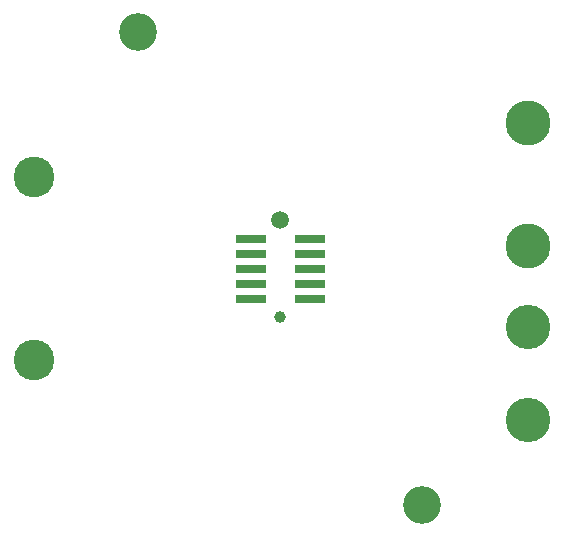
<source format=gbr>
%TF.GenerationSoftware,KiCad,Pcbnew,(6.0.6)*%
%TF.CreationDate,2022-07-19T20:12:23-04:00*%
%TF.ProjectId,4272SparkMaxBreakout,34323732-5370-4617-926b-4d6178427265,rev?*%
%TF.SameCoordinates,Original*%
%TF.FileFunction,Soldermask,Bot*%
%TF.FilePolarity,Negative*%
%FSLAX46Y46*%
G04 Gerber Fmt 4.6, Leading zero omitted, Abs format (unit mm)*
G04 Created by KiCad (PCBNEW (6.0.6)) date 2022-07-19 20:12:23*
%MOMM*%
%LPD*%
G01*
G04 APERTURE LIST*
%ADD10C,3.450000*%
%ADD11C,3.200000*%
%ADD12C,3.760000*%
%ADD13C,3.810000*%
%ADD14C,1.500000*%
%ADD15C,1.000000*%
%ADD16R,2.610000X0.740000*%
G04 APERTURE END LIST*
D10*
%TO.C,P1*%
X99800000Y-91310000D03*
X99800000Y-106810000D03*
%TD*%
D11*
%TO.C,*%
X108600714Y-79000000D03*
%TD*%
%TO.C,MH2*%
X132700000Y-119100000D03*
%TD*%
D12*
%TO.C,P3*%
X141625000Y-111890000D03*
X141625000Y-104010000D03*
%TD*%
D13*
%TO.C,P2*%
X141625000Y-97125000D03*
X141625000Y-86705000D03*
%TD*%
D14*
%TO.C,J500*%
X120685000Y-94940000D03*
D15*
X120685000Y-103180000D03*
D16*
X123190000Y-101600000D03*
X118180000Y-101600000D03*
X123190000Y-100330000D03*
X118180000Y-100330000D03*
X123190000Y-99060000D03*
X118180000Y-99060000D03*
X123190000Y-97790000D03*
X118180000Y-97790000D03*
X123190000Y-96520000D03*
X118180000Y-96520000D03*
%TD*%
M02*

</source>
